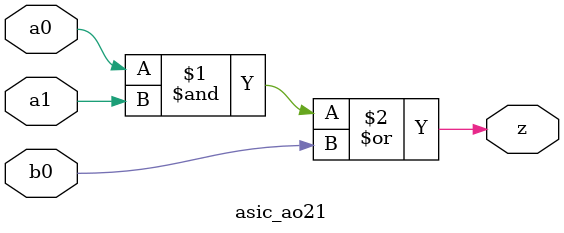
<source format=v>
module asic_ao21(	// file.cleaned.mlir:2:3
  input  a0,	// file.cleaned.mlir:2:27
         a1,	// file.cleaned.mlir:2:40
         b0,	// file.cleaned.mlir:2:53
  output z	// file.cleaned.mlir:2:67
);

  assign z = a0 & a1 | b0;	// file.cleaned.mlir:3:10, :4:10, :5:5
endmodule


</source>
